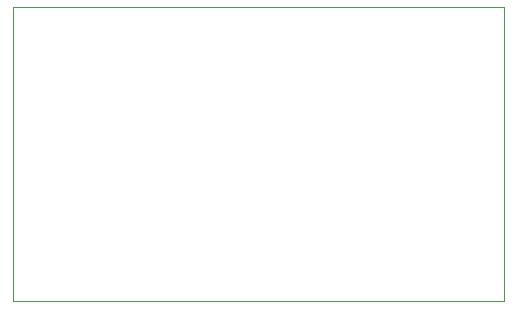
<source format=gbr>
%TF.GenerationSoftware,KiCad,Pcbnew,(6.0.2)*%
%TF.CreationDate,2022-03-09T19:45:25-08:00*%
%TF.ProjectId,IFLFU-test-back,49464c46-552d-4746-9573-742d6261636b,rev?*%
%TF.SameCoordinates,Original*%
%TF.FileFunction,Profile,NP*%
%FSLAX46Y46*%
G04 Gerber Fmt 4.6, Leading zero omitted, Abs format (unit mm)*
G04 Created by KiCad (PCBNEW (6.0.2)) date 2022-03-09 19:45:25*
%MOMM*%
%LPD*%
G01*
G04 APERTURE LIST*
%TA.AperFunction,Profile*%
%ADD10C,0.050000*%
%TD*%
G04 APERTURE END LIST*
D10*
X19900000Y-20000000D02*
X61500000Y-20000000D01*
X61500000Y-20000000D02*
X61500000Y-44900000D01*
X61500000Y-44900000D02*
X19900000Y-44900000D01*
X19900000Y-44900000D02*
X19900000Y-20000000D01*
M02*

</source>
